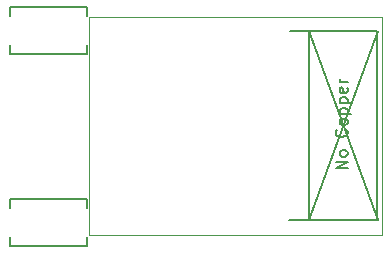
<source format=gbr>
G04 #@! TF.GenerationSoftware,KiCad,Pcbnew,5.0.2-bee76a0~70~ubuntu18.04.1*
G04 #@! TF.CreationDate,2019-12-08T20:59:50-05:00*
G04 #@! TF.ProjectId,ESP-AHT10-Extra,4553502d-4148-4543-9130-2d4578747261,1.4*
G04 #@! TF.SameCoordinates,PX7bfa480PY66c2270*
G04 #@! TF.FileFunction,Other,User*
%FSLAX46Y46*%
G04 Gerber Fmt 4.6, Leading zero omitted, Abs format (unit mm)*
G04 Created by KiCad (PCBNEW 5.0.2-bee76a0~70~ubuntu18.04.1) date Sun 08 Dec 2019 08:59:50 PM EST*
%MOMM*%
%LPD*%
G01*
G04 APERTURE LIST*
%ADD10C,0.050000*%
%ADD11C,0.152400*%
%ADD12C,0.150000*%
G04 APERTURE END LIST*
D10*
G04 #@! TO.C,U3*
X36709217Y19687626D02*
X44959217Y19687626D01*
X44959217Y19687626D02*
X44959217Y2187626D01*
X44959217Y2187626D02*
X44959217Y1187626D01*
X44959217Y1187626D02*
X20209217Y1187626D01*
X20209217Y1187626D02*
X20209217Y19687626D01*
X20209217Y19687626D02*
X36709217Y19687626D01*
D11*
X44591217Y18453626D02*
X44591217Y2451626D01*
X44591217Y2451626D02*
X37098217Y2451626D01*
X44591217Y18453626D02*
X37225217Y18453626D01*
X44609217Y2445626D02*
X38809217Y18445626D01*
X44609217Y18445626D02*
X38809217Y2445626D01*
X38809217Y18445626D02*
X38809217Y2445626D01*
D12*
G04 #@! TO.C,SW1*
X20000000Y20500000D02*
X20000000Y19750000D01*
X13500000Y20500000D02*
X20000000Y20500000D01*
X13500000Y19750000D02*
X13500000Y20500000D01*
X20000000Y16500000D02*
X20000000Y17250000D01*
X13500000Y16500000D02*
X20000000Y16500000D01*
X13500000Y17250000D02*
X13500000Y16500000D01*
G04 #@! TO.C,SW2*
X20000000Y3500000D02*
X20000000Y4250000D01*
X20000000Y4250000D02*
X13500000Y4250000D01*
X13500000Y4250000D02*
X13500000Y3500000D01*
X20000000Y1000000D02*
X20000000Y250000D01*
X20000000Y250000D02*
X13500000Y250000D01*
X13500000Y250000D02*
X13500000Y1000000D01*
G04 #@! TD*
G04 #@! TO.C,U3*
X42061597Y6831341D02*
X41061597Y6831341D01*
X42061597Y7402769D01*
X41061597Y7402769D01*
X42061597Y8021817D02*
X42013978Y7926579D01*
X41966359Y7878960D01*
X41871121Y7831341D01*
X41585407Y7831341D01*
X41490169Y7878960D01*
X41442550Y7926579D01*
X41394931Y8021817D01*
X41394931Y8164674D01*
X41442550Y8259912D01*
X41490169Y8307531D01*
X41585407Y8355150D01*
X41871121Y8355150D01*
X41966359Y8307531D01*
X42013978Y8259912D01*
X42061597Y8164674D01*
X42061597Y8021817D01*
X41966359Y10117055D02*
X42013978Y10069436D01*
X42061597Y9926579D01*
X42061597Y9831341D01*
X42013978Y9688484D01*
X41918740Y9593246D01*
X41823502Y9545626D01*
X41633026Y9498007D01*
X41490169Y9498007D01*
X41299693Y9545626D01*
X41204455Y9593246D01*
X41109217Y9688484D01*
X41061597Y9831341D01*
X41061597Y9926579D01*
X41109217Y10069436D01*
X41156836Y10117055D01*
X42061597Y10688484D02*
X42013978Y10593246D01*
X41966359Y10545626D01*
X41871121Y10498007D01*
X41585407Y10498007D01*
X41490169Y10545626D01*
X41442550Y10593246D01*
X41394931Y10688484D01*
X41394931Y10831341D01*
X41442550Y10926579D01*
X41490169Y10974198D01*
X41585407Y11021817D01*
X41871121Y11021817D01*
X41966359Y10974198D01*
X42013978Y10926579D01*
X42061597Y10831341D01*
X42061597Y10688484D01*
X41394931Y11450388D02*
X42394931Y11450388D01*
X41442550Y11450388D02*
X41394931Y11545626D01*
X41394931Y11736103D01*
X41442550Y11831341D01*
X41490169Y11878960D01*
X41585407Y11926579D01*
X41871121Y11926579D01*
X41966359Y11878960D01*
X42013978Y11831341D01*
X42061597Y11736103D01*
X42061597Y11545626D01*
X42013978Y11450388D01*
X41394931Y12355150D02*
X42394931Y12355150D01*
X41442550Y12355150D02*
X41394931Y12450388D01*
X41394931Y12640865D01*
X41442550Y12736103D01*
X41490169Y12783722D01*
X41585407Y12831341D01*
X41871121Y12831341D01*
X41966359Y12783722D01*
X42013978Y12736103D01*
X42061597Y12640865D01*
X42061597Y12450388D01*
X42013978Y12355150D01*
X42013978Y13640865D02*
X42061597Y13545626D01*
X42061597Y13355150D01*
X42013978Y13259912D01*
X41918740Y13212293D01*
X41537788Y13212293D01*
X41442550Y13259912D01*
X41394931Y13355150D01*
X41394931Y13545626D01*
X41442550Y13640865D01*
X41537788Y13688484D01*
X41633026Y13688484D01*
X41728264Y13212293D01*
X42061597Y14117055D02*
X41394931Y14117055D01*
X41585407Y14117055D02*
X41490169Y14164674D01*
X41442550Y14212293D01*
X41394931Y14307531D01*
X41394931Y14402769D01*
G04 #@! TD*
M02*

</source>
